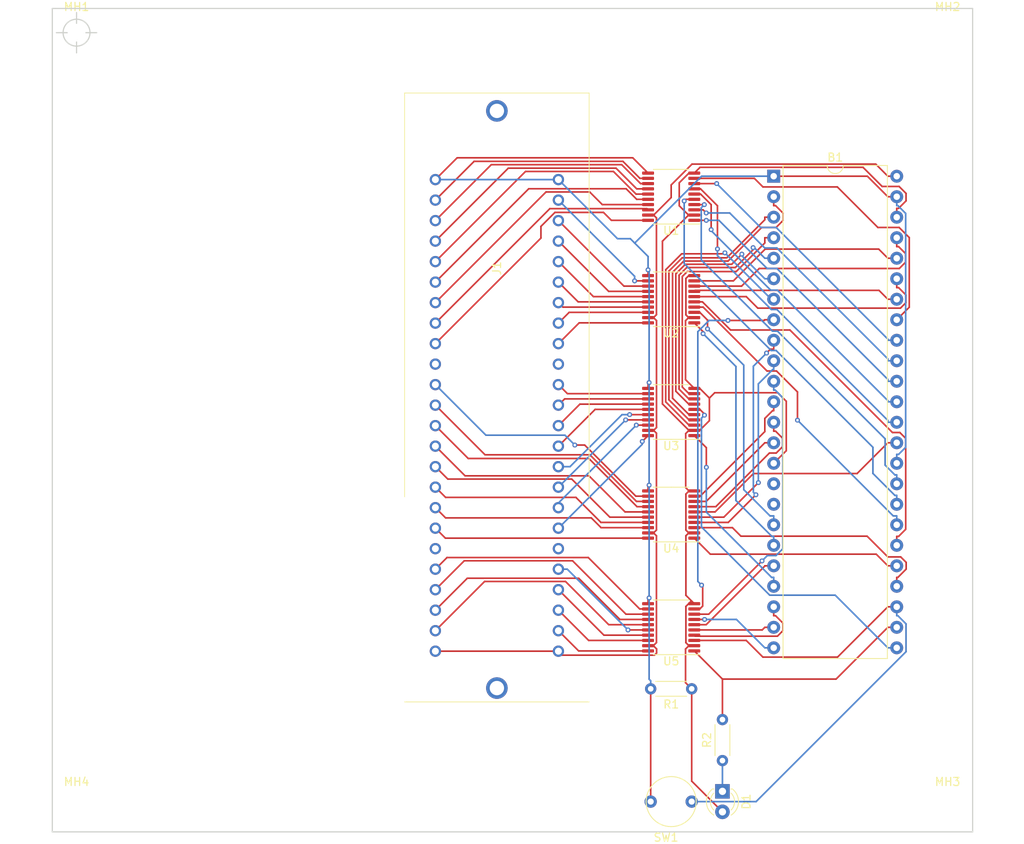
<source format=kicad_pcb>
(kicad_pcb (version 20211014) (generator pcbnew)
  (layers (0 "F.Cu" signal) (31 "B.Cu" signal) (34 "B.Paste" user) (35 "F.Paste" user) (36 "B.SilkS" user "B.Silkscreen") (37 "F.SilkS" user "F.Silkscreen") (38 "B.Mask" user) (39 "F.Mask" user) (44 "Edge.Cuts" user))
  (net 0 "")
  (net 1 "VCC")
  (net 2 "+3V3")
  (net 3 "Net-(B1-Pad22)")
  (net 4 "Net-(B1-Pad45)")
  (net 5 "Net-(B1-Pad21)")
  (net 6 "Net-(B1-Pad44)")
  (net 7 "Net-(B1-Pad20)")
  (net 8 "Net-(B1-Pad43)")
  (net 9 "Net-(B1-Pad19)")
  (net 10 "Net-(B1-Pad42)")
  (net 11 "Net-(B1-Pad18)")
  (net 12 "Net-(B1-Pad41)")
  (net 14 "Net-(B1-Pad40)")
  (net 16 "Net-(B1-Pad39)")
  (net 17 "Net-(B1-Pad38)")
  (net 18 "Net-(B1-Pad14)")
  (net 19 "Net-(B1-Pad37)")
  (net 20 "Net-(B1-Pad13)")
  (net 21 "Net-(B1-Pad36)")
  (net 22 "Net-(B1-Pad12)")
  (net 23 "Net-(B1-Pad35)")
  (net 24 "Net-(B1-Pad11)")
  (net 25 "GND")
  (net 26 "Net-(B1-Pad10)")
  (net 27 "Net-(B1-Pad33)")
  (net 28 "Net-(B1-Pad9)")
  (net 29 "Net-(B1-Pad8)")
  (net 30 "Net-(B1-Pad31)")
  (net 31 "Net-(B1-Pad7)")
  (net 32 "Net-(B1-Pad30)")
  (net 33 "Net-(B1-Pad6)")
  (net 34 "Net-(B1-Pad29)")
  (net 35 "Net-(B1-Pad5)")
  (net 36 "Net-(B1-Pad28)")
  (net 37 "Net-(B1-Pad4)")
  (net 38 "Net-(B1-Pad3)")
  (net 39 "Net-(B1-Pad2)")
  (net 40 "Net-(D1-Pad1)")
  (net 41 "/P56")
  (net 42 "/P55")
  (net 43 "/P51")
  (net 44 "/P57")
  (net 45 "/P53")
  (net 46 "/P52")
  (net 47 "/P15")
  (net 48 "/P35")
  (net 49 "/P41")
  (net 50 "/P40")
  (net 51 "/P36")
  (net 52 "/P20")
  (net 53 "/P17")
  (net 54 "/P16")
  (net 55 "/P21")
  (net 56 "/P37")
  (net 57 "/P30")
  (net 58 "/P31")
  (net 59 "/P32")
  (net 60 "/P33")
  (net 61 "/P34")
  (net 62 "/P42")
  (net 63 "/P43")
  (net 64 "/P44")
  (net 65 "/P45")
  (net 66 "/P46")
  (net 67 "/P47")
  (net 68 "/P54")
  (net 69 "/P10")
  (net 70 "/P11")
  (net 71 "/P12")
  (net 72 "/P13")
  (net 73 "/P14")
  (net 74 "/P22")
  (net 75 "/P23")
  (net 76 "/P24")
  (net 77 "/P25")
  (net 78 "/P26")
  (net 79 "/P27")
  (net 80 "/P50")
  (net 81 "/~{USR_LED}")
  (net 82 "/~{USR_SW}")
  (net 83 "Net-(B1-Pad24)")
  (net 84 "Net-(B1-Pad23)")
  (net 85 "Net-(B1-Pad32)")
  (net 86 "Net-(B1-Pad25)")
  (footprint "MountingHole:MountingHole_2.2mm_M2" (layer "F.Cu") (at 183.5 44.6)
    (fp_text reference "MH2")
    (fp_text value "MountingHole_2.2mm_M2")
  )
  (footprint "MountingHole:MountingHole_2.2mm_M2" (layer "F.Cu") (at 183.5 140.6)
    (fp_text reference "MH3")
    (fp_text value "MountingHole_2.2mm_M2")
  )
  (footprint "MountingHole:MountingHole_2.2mm_M2" (layer "F.Cu") (at 75.6 140.6)
    (fp_text reference "MH4")
    (fp_text value "MountingHole_2.2mm_M2")
  )
  (footprint "MountingHole:MountingHole_2.2mm_M2" (layer "F.Cu") (at 75.6 44.6)
    (fp_text reference "MH1")
    (fp_text value "MountingHole_2.2mm_M2")
  )
  (footprint "Package_DIP:DIP-48_W15.24mm" (layer "F.Cu") (at 161.96 62.38)
    (fp_text reference "B1")
    (fp_text value "Teensy4.1")
  )
  (footprint "LED_THT:LED_D3.0mm" (layer "F.Cu") (at 155.61 138.58 -90)
    (fp_text reference "D1")
    (fp_text value "OSYL3131P")
  )
  (footprint "0-LocalLibrary:Aries_ZIF_socket_DIP-48-pin" (layer "F.Cu") (at 127.67 76.7675)
    (fp_text reference "J1")
    (fp_text value "Bionic_ZIF_Socket_48pin" hide)
  )
  (footprint "Resistor_THT:R_Axial_DIN0204_L3.6mm_D1.6mm_P5.08mm_Horizontal" (layer "F.Cu") (at 155.61 134.77 90)
    (fp_text reference "R2")
    (fp_text value "560")
  )
  (footprint "0-LocalLibrary:Tact_SW_6x6mm" (layer "F.Cu") (at 149.26 139.85 180)
    (fp_text reference "SW1")
    (fp_text value "Tact_SW")
  )
  (footprint "Resistor_THT:R_Axial_DIN0204_L3.6mm_D1.6mm_P5.08mm_Horizontal" (layer "F.Cu") (at 151.8 125.88 180)
    (fp_text reference "R1")
    (fp_text value "4.7k")
  )
  (footprint "Package_SO:TSSOP-20_4.4x6.5mm_P0.65mm" (layer "F.Cu") (at 149.26 91.59 180)
    (fp_text reference "U3")
    (fp_text value "TXS0108EPW")
  )
  (footprint "Package_SO:TSSOP-20_4.4x6.5mm_P0.65mm" (layer "F.Cu") (at 149.26 77.62 180)
    (fp_text reference "U2")
    (fp_text value "TXS0108EPW")
  )
  (footprint "Package_SO:TSSOP-20_4.4x6.5mm_P0.65mm" (layer "F.Cu") (at 149.26 64.92 180)
    (fp_text reference "U1")
    (fp_text value "TXS0108EPW")
  )
  (footprint "Package_SO:TSSOP-20_4.4x6.5mm_P0.65mm" (layer "F.Cu") (at 149.26 118.26 180)
    (fp_text reference "U5")
    (fp_text value "TXS0108EPW")
  )
  (footprint "Package_SO:TSSOP-20_4.4x6.5mm_P0.65mm" (layer "F.Cu") (at 149.26 104.29 180)
    (fp_text reference "U4")
    (fp_text value "TXS0108EPW")
  )
  (gr_line (start 72.6 143.6) (end 72.6 41.6) (layer "Edge.Cuts") (width 0.15))
  (gr_line (start 72.6 41.6) (end 186.6 41.6) (layer "Edge.Cuts") (width 0.15))
  (gr_line (start 186.6 41.6) (end 186.6 143.6) (layer "Edge.Cuts") (width 0.15))
  (gr_line (start 186.6 143.6) (end 72.6 143.6) (layer "Edge.Cuts") (width 0.15))
  (target plus (at 75.6 44.6) (size 5) (width 0.15) (layer "Edge.Cuts"))
  (segment (start 147.442 93.5092) (end 147.442 80.2649) (width 0.2) (layer "F.Cu") (net 1))
  (segment (start 151.8425 60.8796) (end 174.5995 60.8796) (width 0.2) (layer "F.Cu") (net 1))
  (segment (start 146.3975 93.865) (end 147.0862 93.865) (width 0.2) (layer "F.Cu") (net 1))
  (segment (start 147.4356 79.5315) (end 147.4356 67.5439) (width 0.2) (layer "F.Cu") (net 1))
  (segment (start 174.5995 60.8796) (end 176.0999 62.38) (width 0.2) (layer "F.Cu") (net 1))
  (segment (start 149.26 63.4621) (end 151.8425 60.8796) (width 0.2) (layer "F.Cu") (net 1))
  (segment (start 147.0867 67.195) (end 146.3975 67.195) (width 0.2) (layer "F.Cu") (net 1))
  (segment (start 147.0721 79.895) (end 146.3975 79.895) (width 0.2) (layer "F.Cu") (net 1))
  (segment (start 147.4356 67.5439) (end 147.0867 67.195) (width 0.2) (layer "F.Cu") (net 1))
  (segment (start 135.7822 121.7097) (end 135.29 121.2175) (width 0.2) (layer "F.Cu") (net 1))
  (segment (start 147.4519 121.4471) (end 147.1893 121.7097) (width 0.2) (layer "F.Cu") (net 1))
  (segment (start 177.2 62.38) (end 176.0999 62.38) (width 0.2) (layer "F.Cu") (net 1))
  (segment (start 147.4519 120.9351) (end 147.4519 121.4471) (width 0.2) (layer "F.Cu") (net 1))
  (segment (start 120.05 121.2175) (end 135.29 121.2175) (width 0.2) (layer "F.Cu") (net 1))
  (segment (start 147.0788 106.565) (end 147.4356 106.9218) (width 0.2) (layer "F.Cu") (net 1))
  (segment (start 147.4356 106.9218) (end 147.4356 120.1512) (width 0.2) (layer "F.Cu") (net 1))
  (segment (start 147.442 80.2649) (end 147.0721 79.895) (width 0.2) (layer "F.Cu") (net 1))
  (segment (start 149.26 65.0217) (end 149.26 63.4621) (width 0.2) (layer "F.Cu") (net 1))
  (segment (start 146.3975 106.565) (end 147.0788 106.565) (width 0.2) (layer "F.Cu") (net 1))
  (segment (start 147.0788 106.565) (end 147.4356 106.2082) (width 0.2) (layer "F.Cu") (net 1))
  (segment (start 147.4356 120.1512) (end 147.0518 120.535) (width 0.2) (layer "F.Cu") (net 1))
  (segment (start 147.0721 79.895) (end 147.4356 79.5315) (width 0.2) (layer "F.Cu") (net 1))
  (segment (start 147.4356 94.2144) (end 147.0862 93.865) (width 0.2) (layer "F.Cu") (net 1))
  (segment (start 147.0862 93.865) (end 147.442 93.5092) (width 0.2) (layer "F.Cu") (net 1))
  (segment (start 147.0518 120.535) (end 147.4519 120.9351) (width 0.2) (layer "F.Cu") (net 1))
  (segment (start 147.1893 121.7097) (end 135.7822 121.7097) (width 0.2) (layer "F.Cu") (net 1))
  (segment (start 147.0867 67.195) (end 149.26 65.0217) (width 0.2) (layer "F.Cu") (net 1))
  (segment (start 146.3975 120.535) (end 147.0518 120.535) (width 0.2) (layer "F.Cu") (net 1))
  (segment (start 147.4356 106.2082) (end 147.4356 94.2144) (width 0.2) (layer "F.Cu") (net 1))
  (segment (start 177.4935 63.65) (end 178.3532 64.5097) (width 0.2) (layer "F.Cu") (net 2))
  (segment (start 178.3532 65.4346) (end 177.4279 66.3599) (width 0.2) (layer "F.Cu") (net 2))
  (segment (start 177.4279 66.3599) (end 177.2 66.3599) (width 0.2) (layer "F.Cu") (net 2))
  (segment (start 175.3959 63.65) (end 177.4935 63.65) (width 0.2) (layer "F.Cu") (net 2))
  (segment (start 151.0844 101.749) (end 151.0844 106.2154) (width 0.2) (layer "F.Cu") (net 2))
  (segment (start 152.1225 88.665) (end 151.037 87.5795) (width 0.2) (layer "F.Cu") (net 2))
  (segment (start 163.5189 96.3811) (end 163.5189 90.2632) (width 0.2) (layer "F.Cu") (net 2))
  (segment (start 162.4577 89.202) (end 154.6535 89.202) (width 0.2) (layer "F.Cu") (net 2))
  (segment (start 153.9948 92.6583) (end 153.9948 89.8607) (width 0.2) (layer "F.Cu") (net 2))
  (segment (start 151.037 80.2784) (end 151.4204 79.895) (width 0.2) (layer "F.Cu") (net 2))
  (segment (start 148.1801 70.4291) (end 148.1801 90.5882) (width 0.2) (layer "F.Cu") (net 2))
  (segment (start 151.4684 101.365) (end 151.0576 100.9542) (width 0.2) (layer "F.Cu") (net 2))
  (segment (start 154.6535 89.202) (end 153.9948 89.8607) (width 0.2) (layer "F.Cu") (net 2))
  (segment (start 151.4538 120.535) (end 151.0401 120.9487) (width 0.2) (layer "F.Cu") (net 2))
  (segment (start 151.0576 94.2643) (end 151.4569 93.865) (width 0.2) (layer "F.Cu") (net 2))
  (segment (start 151.4142 67.195) (end 152.1225 67.195) (width 0.2) (layer "F.Cu") (net 2))
  (segment (start 151.4204 79.895) (end 152.1225 79.895) (width 0.2) (layer "F.Cu") (net 2))
  (segment (start 163.5189 90.2632) (end 162.4577 89.202) (width 0.2) (layer "F.Cu") (net 2))
  (segment (start 155.61 141.12) (end 151.8 137.31) (width 0.2) (layer "F.Cu") (net 2))
  (segment (start 151.4569 93.865) (end 152.1225 93.865) (width 0.2) (layer "F.Cu") (net 2))
  (segment (start 151.4588 61.995) (end 152.1225 61.995) (width 0.2) (layer "F.Cu") (net 2))
  (segment (start 150.261 66.0418) (end 150.261 63.1928) (width 0.2) (layer "F.Cu") (net 2))
  (segment (start 148.1801 90.5882) (end 151.4569 93.865) (width 0.2) (layer "F.Cu") (net 2))
  (segment (start 151.0844 79.559) (end 151.4204 79.895) (width 0.2) (layer "F.Cu") (net 2))
  (segment (start 151.0844 106.9146) (end 151.0844 114.2969) (width 0.2) (layer "F.Cu") (net 2))
  (segment (start 151.0844 106.2154) (end 151.434 106.565) (width 0.2) (layer "F.Cu") (net 2))
  (segment (start 152.1225 93.865) (end 152.7881 93.865) (width 0.2) (layer "F.Cu") (net 2))
  (segment (start 151.7708 114.9832) (end 152.1225 115.335) (width 0.2) (layer "F.Cu") (net 2))
  (segment (start 152.1225 61.995) (end 152.8377 61.2798) (width 0.2) (layer "F.Cu") (net 2))
  (segment (start 151.0401 120.9487) (end 151.0401 125.1201) (width 0.2) (layer "F.Cu") (net 2))
  (segment (start 151.434 106.565) (end 151.0844 106.9146) (width 0.2) (layer "F.Cu") (net 2))
  (segment (start 151.0844 75.045) (end 151.0844 79.559) (width 0.2) (layer "F.Cu") (net 2))
  (segment (start 151.8 137.31) (end 151.8 125.88) (width 0.2) (layer "F.Cu") (net 2))
  (segment (start 151.0576 100.9542) (end 151.0576 94.2643) (width 0.2) (layer "F.Cu") (net 2))
  (segment (start 152.7881 93.865) (end 153.9948 92.6583) (width 0.2) (layer "F.Cu") (net 2))
  (segment (start 151.7708 114.9832) (end 151.0844 115.6696) (width 0.2) (layer "F.Cu") (net 2))
  (segment (start 151.4142 67.195) (end 148.1801 70.4291) (width 0.2) (layer "F.Cu") (net 2))
  (segment (start 161.96 97.94) (end 163.5189 96.3811) (width 0.2) (layer "F.Cu") (net 2))
  (segment (start 151.434 106.565) (end 152.1225 106.565) (width 0.2) (layer "F.Cu") (net 2))
  (segment (start 151.0401 125.1201) (end 151.8 125.88) (width 0.2) (layer "F.Cu") (net 2))
  (segment (start 151.4684 101.365) (end 151.0844 101.749) (width 0.2) (layer "F.Cu") (net 2))
  (segment (start 151.037 87.5795) (end 151.037 80.2784) (width 0.2) (layer "F.Cu") (net 2))
  (segment (start 151.4344 74.695) (end 151.0844 75.045) (width 0.2) (layer "F.Cu") (net 2))
  (segment (start 151.4142 67.195) (end 150.261 66.0418) (width 0.2) (layer "F.Cu") (net 2))
  (segment (start 153.9948 89.8607) (end 152.7991 88.665) (width 0.2) (layer "F.Cu") (net 2))
  (segment (start 178.3532 64.5097) (end 178.3532 65.4346) (width 0.2) (layer "F.Cu") (net 2))
  (segment (start 152.1225 120.535) (end 151.4538 120.535) (width 0.2) (layer "F.Cu") (net 2))
  (segment (start 173.0257 61.2798) (end 175.3959 63.65) (width 0.2) (layer "F.Cu") (net 2))
  (segment (start 152.7991 88.665) (end 152.1225 88.665) (width 0.2) (layer "F.Cu") (net 2))
  (segment (start 152.1225 101.365) (end 151.4684 101.365) (width 0.2) (layer "F.Cu") (net 2))
  (segment (start 152.8377 61.2798) (end 173.0257 61.2798) (width 0.2) (layer "F.Cu") (net 2))
  (segment (start 152.1225 74.695) (end 151.4344 74.695) (width 0.2) (layer "F.Cu") (net 2))
  (segment (start 177.2 67.46) (end 177.2 66.3599) (width 0.2) (layer "F.Cu") (net 2))
  (segment (start 151.0844 120.1656) (end 151.4538 120.535) (width 0.2) (layer "F.Cu") (net 2))
  (segment (start 151.0844 114.2969) (end 151.7708 114.9832) (width 0.2) (layer "F.Cu") (net 2))
  (segment (start 150.261 63.1928) (end 151.4588 61.995) (width 0.2) (layer "F.Cu") (net 2))
  (segment (start 151.0844 115.6696) (end 151.0844 120.1656) (width 0.2) (layer "F.Cu") (net 2))
  (segment (start 152.2477 119.3602) (end 152.1225 119.235) (width 0.2) (layer "F.Cu") (net 3))
  (segment (start 163.0946 117.7268) (end 163.0946 118.6889) (width 0.2) (layer "F.Cu") (net 3))
  (segment (start 161.96 116.8201) (end 162.1879 116.8201) (width 0.2) (layer "F.Cu") (net 3))
  (segment (start 162.1879 116.8201) (end 163.0946 117.7268) (width 0.2) (layer "F.Cu") (net 3))
  (segment (start 161.96 115.72) (end 161.96 116.8201) (width 0.2) (layer "F.Cu") (net 3))
  (segment (start 163.0946 118.6889) (end 162.4233 119.3602) (width 0.2) (layer "F.Cu") (net 3))
  (segment (start 162.4233 119.3602) (end 152.2477 119.3602) (width 0.2) (layer "F.Cu") (net 3))
  (segment (start 177.2 70) (end 177.2 71.1001) (width 0.2) (layer "F.Cu") (net 4))
  (segment (start 177.5194 73.81) (end 178.3024 73.027) (width 0.2) (layer "F.Cu") (net 4))
  (segment (start 152.1225 75.995) (end 157.9841 75.995) (width 0.2) (layer "F.Cu") (net 4))
  (segment (start 177.4279 71.1001) (end 177.2 71.1001) (width 0.2) (layer "F.Cu") (net 4))
  (segment (start 178.3024 73.027) (end 178.3024 71.9746) (width 0.2) (layer "F.Cu") (net 4))
  (segment (start 160.1691 73.81) (end 177.5194 73.81) (width 0.2) (layer "F.Cu") (net 4))
  (segment (start 157.9841 75.995) (end 160.1691 73.81) (width 0.2) (layer "F.Cu") (net 4))
  (segment (start 178.3024 71.9746) (end 177.4279 71.1001) (width 0.2) (layer "F.Cu") (net 4))
  (segment (start 153.6146 96.0071) (end 153.6146 98.44) (width 0.2) (layer "F.Cu") (net 5))
  (segment (start 152.1225 94.515) (end 153.6146 96.0071) (width 0.2) (layer "F.Cu") (net 5))
  (via (at 153.6146 98.44) (size 0.6) (drill 0.3) (layers "F.Cu" "B.Cu") (net 5))
  (segment (start 161.7036 112.0799) (end 161.96 112.0799) (width 0.2) (layer "B.Cu") (net 5))
  (segment (start 161.96 113.18) (end 161.96 112.0799) (width 0.2) (layer "B.Cu") (net 5))
  (segment (start 153.6146 103.9909) (end 161.7036 112.0799) (width 0.2) (layer "B.Cu") (net 5))
  (segment (start 153.6146 98.44) (end 153.6146 103.9909) (width 0.2) (layer "B.Cu") (net 5))
  (segment (start 160.9012 71.4073) (end 174.9672 71.4073) (width 0.2) (layer "F.Cu") (net 6))
  (segment (start 156.9635 75.345) (end 160.9012 71.4073) (width 0.2) (layer "F.Cu") (net 6))
  (segment (start 177.2 72.54) (end 176.0999 72.54) (width 0.2) (layer "F.Cu") (net 6))
  (segment (start 174.9672 71.4073) (end 176.0999 72.54) (width 0.2) (layer "F.Cu") (net 6))
  (segment (start 152.1225 75.345) (end 156.9635 75.345) (width 0.2) (layer "F.Cu") (net 6))
  (segment (start 161.96 110.64) (end 160.8599 110.64) (width 0.2) (layer "F.Cu") (net 7))
  (segment (start 160.8599 110.6698) (end 160.8599 110.64) (width 0.2) (layer "F.Cu") (net 7))
  (segment (start 153.5947 117.935) (end 160.8599 110.6698) (width 0.2) (layer "F.Cu") (net 7))
  (segment (start 152.1225 117.935) (end 153.5947 117.935) (width 0.2) (layer "F.Cu") (net 7))
  (segment (start 177.4279 76.1801) (end 177.2 76.1801) (width 0.2) (layer "F.Cu") (net 8))
  (segment (start 177.2 75.08) (end 177.2 76.1801) (width 0.2) (layer "F.Cu") (net 8))
  (segment (start 178.3344 78.0491) (end 178.3344 77.0866) (width 0.2) (layer "F.Cu") (net 8))
  (segment (start 158.5608 77.295) (end 159.9867 78.7209) (width 0.2) (layer "F.Cu") (net 8))
  (segment (start 159.9867 78.7209) (end 177.6626 78.7209) (width 0.2) (layer "F.Cu") (net 8))
  (segment (start 177.6626 78.7209) (end 178.3344 78.0491) (width 0.2) (layer "F.Cu") (net 8))
  (segment (start 178.3344 77.0866) (end 177.4279 76.1801) (width 0.2) (layer "F.Cu") (net 8))
  (segment (start 152.1225 77.295) (end 158.5608 77.295) (width 0.2) (layer "F.Cu") (net 8))
  (segment (start 152.1225 80.545) (end 153.216 81.6385) (width 0.2) (layer "F.Cu") (net 9))
  (segment (start 153.216 81.6385) (end 153.216 81.8852) (width 0.2) (layer "F.Cu") (net 9))
  (via (at 153.216 81.8852) (size 0.6) (drill 0.3) (layers "F.Cu" "B.Cu") (net 9))
  (segment (start 157.2822 102.5501) (end 157.2822 85.9514) (width 0.2) (layer "B.Cu") (net 9))
  (segment (start 157.2822 85.9514) (end 153.216 81.8852) (width 0.2) (layer "B.Cu") (net 9))
  (segment (start 161.732 106.9999) (end 157.2822 102.5501) (width 0.2) (layer "B.Cu") (net 9))
  (segment (start 161.96 106.9999) (end 161.732 106.9999) (width 0.2) (layer "B.Cu") (net 9))
  (segment (start 161.96 108.1) (end 161.96 106.9999) (width 0.2) (layer "B.Cu") (net 9))
  (segment (start 152.1225 76.645) (end 152.2477 76.5198) (width 0.2) (layer "F.Cu") (net 10))
  (segment (start 174.9997 76.5198) (end 176.0999 77.62) (width 0.2) (layer "F.Cu") (net 10))
  (segment (start 177.2 77.62) (end 176.0999 77.62) (width 0.2) (layer "F.Cu") (net 10))
  (segment (start 152.2477 76.5198) (end 174.9997 76.5198) (width 0.2) (layer "F.Cu") (net 10))
  (segment (start 152.8038 79.245) (end 153.7621 80.2033) (width 0.2) (layer "F.Cu") (net 11))
  (segment (start 152.1225 79.245) (end 152.8038 79.245) (width 0.2) (layer "F.Cu") (net 11))
  (segment (start 153.7621 80.2033) (end 153.7621 81.2948) (width 0.2) (layer "F.Cu") (net 11))
  (via (at 153.7621 81.2948) (size 0.6) (drill 0.3) (layers "F.Cu" "B.Cu") (net 11))
  (segment (start 161.5041 104.4599) (end 158.2493 101.2051) (width 0.2) (layer "B.Cu") (net 11))
  (segment (start 161.96 104.4599) (end 161.5041 104.4599) (width 0.2) (layer "B.Cu") (net 11))
  (segment (start 158.2493 85.782) (end 153.7621 81.2948) (width 0.2) (layer "B.Cu") (net 11))
  (segment (start 158.2493 101.2051) (end 158.2493 85.782) (width 0.2) (layer "B.Cu") (net 11))
  (segment (start 161.96 105.56) (end 161.96 104.4599) (width 0.2) (layer "B.Cu") (net 11))
  (segment (start 160.6255 63.7083) (end 169.8436 63.7083) (width 0.2) (layer "F.Cu") (net 12))
  (segment (start 174.8653 68.73) (end 177.4982 68.73) (width 0.2) (layer "F.Cu") (net 12))
  (segment (start 159.5622 62.645) (end 160.6255 63.7083) (width 0.2) (layer "F.Cu") (net 12))
  (segment (start 178.7548 69.9866) (end 178.7548 78.6052) (width 0.2) (layer "F.Cu") (net 12))
  (segment (start 152.1225 62.645) (end 159.5622 62.645) (width 0.2) (layer "F.Cu") (net 12))
  (segment (start 177.4982 68.73) (end 178.7548 69.9866) (width 0.2) (layer "F.Cu") (net 12))
  (segment (start 178.7548 78.6052) (end 177.2 80.16) (width 0.2) (layer "F.Cu") (net 12))
  (segment (start 169.8436 63.7083) (end 174.8653 68.73) (width 0.2) (layer "F.Cu") (net 12))
  (segment (start 152.1225 63.295) (end 154.8964 63.295) (width 0.2) (layer "F.Cu") (net 14))
  (via (at 154.8964 63.295) (size 0.6) (drill 0.3) (layers "F.Cu" "B.Cu") (net 14))
  (segment (start 162.2674 68.73) (end 160.3314 68.73) (width 0.2) (layer "B.Cu") (net 14))
  (segment (start 176.0999 82.5625) (end 162.2674 68.73) (width 0.2) (layer "B.Cu") (net 14))
  (segment (start 176.0999 82.7) (end 176.0999 82.5625) (width 0.2) (layer "B.Cu") (net 14))
  (segment (start 177.2 82.7) (end 176.0999 82.7) (width 0.2) (layer "B.Cu") (net 14))
  (segment (start 160.3314 68.73) (end 154.8964 63.295) (width 0.2) (layer "B.Cu") (net 14))
  (segment (start 153.2106 66.545) (end 153.5985 66.9329) (width 0.2) (layer "F.Cu") (net 16))
  (segment (start 152.1225 66.545) (end 153.2106 66.545) (width 0.2) (layer "F.Cu") (net 16))
  (via (at 153.5985 66.9329) (size 0.6) (drill 0.3) (layers "F.Cu" "B.Cu") (net 16))
  (segment (start 177.2 85.24) (end 176.0999 85.24) (width 0.2) (layer "B.Cu") (net 16))
  (segment (start 153.5985 66.9329) (end 156.5115 66.9329) (width 0.2) (layer "B.Cu") (net 16))
  (segment (start 160.8486 71.27) (end 162.3578 71.27) (width 0.2) (layer "B.Cu") (net 16))
  (segment (start 156.5115 66.9329) (end 160.8486 71.27) (width 0.2) (layer "B.Cu") (net 16))
  (segment (start 176.0999 85.0121) (end 176.0999 85.24) (width 0.2) (layer "B.Cu") (net 16))
  (segment (start 162.3578 71.27) (end 176.0999 85.0121) (width 0.2) (layer "B.Cu") (net 16))
  (segment (start 152.1225 67.845) (end 153.6074 67.845) (width 0.2) (layer "F.Cu") (net 17))
  (via (at 153.6074 67.845) (size 0.6) (drill 0.3) (layers "F.Cu" "B.Cu") (net 17))
  (segment (start 153.6074 67.845) (end 155.1749 67.845) (width 0.2) (layer "B.Cu") (net 17))
  (segment (start 162.3578 73.81) (end 176.0999 87.5521) (width 0.2) (layer "B.Cu") (net 17))
  (segment (start 177.2 87.78) (end 176.0999 87.78) (width 0.2) (layer "B.Cu") (net 17))
  (segment (start 155.1749 67.845) (end 161.1399 73.81) (width 0.2) (layer "B.Cu") (net 17))
  (segment (start 176.0999 87.5521) (end 176.0999 87.78) (width 0.2) (layer "B.Cu") (net 17))
  (segment (start 161.1399 73.81) (end 162.3578 73.81) (width 0.2) (layer "B.Cu") (net 17))
  (segment (start 153.5949 102.665) (end 160.8599 95.4) (width 0.2) (layer "F.Cu") (net 18))
  (segment (start 152.1225 102.665) (end 153.5949 102.665) (width 0.2) (layer "F.Cu") (net 18))
  (segment (start 161.96 95.4) (end 160.8599 95.4) (width 0.2) (layer "F.Cu") (net 18))
  (segment (start 152.1225 64.595) (end 152.9038 64.595) (width 0.2) (layer "F.Cu") (net 19))
  (segment (start 152.9038 64.595) (end 154.2125 65.9037) (width 0.2) (layer "F.Cu") (net 19))
  (segment (start 154.2125 65.9037) (end 154.2125 68.9995) (width 0.2) (layer "F.Cu") (net 19))
  (via (at 154.2125 68.9995) (size 0.6) (drill 0.3) (layers "F.Cu" "B.Cu") (net 19))
  (segment (start 161.5805 76.4915) (end 154.2125 69.1235) (width 0.2) (layer "B.Cu") (net 19))
  (segment (start 162.4089 76.4915) (end 161.5805 76.4915) (width 0.2) (layer "B.Cu") (net 19))
  (segment (start 154.2125 69.1235) (end 154.2125 68.9995) (width 0.2) (layer "B.Cu") (net 19))
  (segment (start 176.0999 90.32) (end 176.0999 90.1825) (width 0.2) (layer "B.Cu") (net 19))
  (segment (start 176.0999 90.1825) (end 162.4089 76.4915) (width 0.2) (layer "B.Cu") (net 19))
  (segment (start 177.2 90.32) (end 176.0999 90.32) (width 0.2) (layer "B.Cu") (net 19))
  (segment (start 163.066 94.8382) (end 162.1879 93.9601) (width 0.2) (layer "F.Cu") (net 20))
  (segment (start 152.1225 103.315) (end 154.785 103.315) (width 0.2) (layer "F.Cu") (net 20))
  (segment (start 161.43 96.67) (end 162.2754 96.67) (width 0.2) (layer "F.Cu") (net 20))
  (segment (start 162.2754 96.67) (end 163.066 95.8794) (width 0.2) (layer "F.Cu") (net 20))
  (segment (start 161.96 92.86) (end 161.96 93.9601) (width 0.2) (layer "F.Cu") (net 20))
  (segment (start 154.785 103.315) (end 161.43 96.67) (width 0.2) (layer "F.Cu") (net 20))
  (segment (start 163.066 95.8794) (end 163.066 94.8382) (width 0.2) (layer "F.Cu") (net 20))
  (segment (start 162.1879 93.9601) (end 161.96 93.9601) (width 0.2) (layer "F.Cu") (net 20))
  (segment (start 152.8978 63.945) (end 152.1225 63.945) (width 0.2) (layer "F.Cu") (net 21))
  (segment (start 154.9918 71.392) (end 154.9918 66.039) (width 0.2) (layer "F.Cu") (net 21))
  (segment (start 154.9918 66.039) (end 152.8978 63.945) (width 0.2) (layer "F.Cu") (net 21))
  (via (at 154.9918 71.392) (size 0.6) (drill 0.3) (layers "F.Cu" "B.Cu") (net 21))
  (segment (start 154.9918 71.392) (end 154.9918 72.2193) (width 0.2) (layer "B.Cu") (net 21))
  (segment (start 176.0999 92.6321) (end 176.0999 92.86) (width 0.2) (layer "B.Cu") (net 21))
  (segment (start 177.2 92.86) (end 176.0999 92.86) (width 0.2) (layer "B.Cu") (net 21))
  (segment (start 154.9918 72.2193) (end 161.6625 78.89) (width 0.2) (layer "B.Cu") (net 21))
  (segment (start 161.6625 78.89) (end 162.3578 78.89) (width 0.2) (layer "B.Cu") (net 21))
  (segment (start 162.3578 78.89) (end 176.0999 92.6321) (width 0.2) (layer "B.Cu") (net 21))
  (segment (start 161.8224 91.4201) (end 160.8599 92.3826) (width 0.2) (layer "F.Cu") (net 22))
  (segment (start 161.96 91.4201) (end 161.8224 91.4201) (width 0.2) (layer "F.Cu") (net 22))
  (segment (start 160.8599 94.012) (end 152.8569 102.015) (width 0.2) (layer "F.Cu") (net 22))
  (segment (start 161.96 90.32) (end 161.96 91.4201) (width 0.2) (layer "F.Cu") (net 22))
  (segment (start 160.8599 92.3826) (end 160.8599 94.012) (width 0.2) (layer "F.Cu") (net 22))
  (segment (start 152.8569 102.015) (end 152.1225 102.015) (width 0.2) (layer "F.Cu") (net 22))
  (segment (start 152.1225 103.965) (end 154.7009 103.965) (width 0.2) (layer "F.Cu") (net 23))
  (segment (start 177.2 95.4) (end 176.0999 95.4) (width 0.2) (layer "F.Cu") (net 23))
  (segment (start 172.2899 99.21) (end 176.0999 95.4) (width 0.2) (layer "F.Cu") (net 23))
  (segment (start 154.7009 103.965) (end 159.4559 99.21) (width 0.2) (layer "F.Cu") (net 23))
  (segment (start 159.4559 99.21) (end 172.2899 99.21) (width 0.2) (layer "F.Cu") (net 23))
  (segment (start 153.9103 116.635) (end 152.1225 116.635) (width 0.2) (layer "F.Cu") (net 24))
  (segment (start 160.5119 110.0334) (end 153.9103 116.635) (width 0.2) (layer "F.Cu") (net 24))
  (via (at 160.5119 110.0334) (size 0.6) (drill 0.3) (layers "F.Cu" "B.Cu") (net 24))
  (segment (start 162.1514 88.8801) (end 163.0828 89.8115) (width 0.2) (layer "B.Cu") (net 24))
  (segment (start 161.96 87.78) (end 161.96 88.8801) (width 0.2) (layer "B.Cu") (net 24))
  (segment (start 163.0828 89.8115) (end 163.0828 108.5355) (width 0.2) (layer "B.Cu") (net 24))
  (segment (start 161.1753 109.37) (end 160.5119 110.0334) (width 0.2) (layer "B.Cu") (net 24))
  (segment (start 161.96 88.8801) (end 162.1514 88.8801) (width 0.2) (layer "B.Cu") (net 24))
  (segment (start 162.2483 109.37) (end 161.1753 109.37) (width 0.2) (layer "B.Cu") (net 24))
  (segment (start 163.0828 108.5355) (end 162.2483 109.37) (width 0.2) (layer "B.Cu") (net 24))
  (segment (start 146.3975 101.365) (end 146.3975 100.7759) (width 0.2) (layer "F.Cu") (net 25))
  (segment (start 146.3975 88.665) (end 146.3975 88.0721) (width 0.2) (layer "F.Cu") (net 25))
  (segment (start 161.96 62.38) (end 173.5599 62.38) (width 0.2) (layer "F.Cu") (net 25))
  (segment (start 144.4999 60.0974) (end 122.7501 60.0974) (width 0.2) (layer "F.Cu") (net 25))
  (segment (start 146.3975 73.9793) (end 146.3975 74.695) (width 0.2) (layer "F.Cu") (net 25))
  (segment (start 146.3975 61.995) (end 144.4999 60.0974) (width 0.2) (layer "F.Cu") (net 25))
  (segment (start 173.5599 62.38) (end 176.0999 64.92) (width 0.2) (layer "F.Cu") (net 25))
  (segment (start 146.3975 115.335) (end 146.3975 114.752) (width 0.2) (layer "F.Cu") (net 25))
  (segment (start 146.3975 114.752) (end 146.5268 114.6227) (width 0.2) (layer "F.Cu") (net 25))
  (segment (start 146.72 125.88) (end 146.72 139.85) (width 0.2) (layer "F.Cu") (net 25))
  (segment (start 146.3975 88.0721) (end 146.5268 87.9428) (width 0.2) (layer "F.Cu") (net 25))
  (segment (start 146.3975 100.7759) (end 146.5268 100.6466) (width 0.2) (layer "F.Cu") (net 25))
  (segment (start 177.2 64.92) (end 176.0999 64.92) (width 0.2) (layer "F.Cu") (net 25))
  (segment (start 122.7501 60.0974) (end 120.05 62.7975) (width 0.2) (layer "F.Cu") (net 25))
  (via (at 146.5268 100.6466) (size 0.6) (drill 0.3) (layers "F.Cu" "B.Cu") (net 25))
  (via (at 146.5268 114.6227) (size 0.6) (drill 0.3) (layers "F.Cu" "B.Cu") (net 25))
  (via (at 146.3975 73.9793) (size 0.6) (drill 0.3) (layers "F.Cu" "B.Cu") (net 25))
  (via (at 146.5268 87.9428) (size 0.6) (drill 0.3) (layers "F.Cu" "B.Cu") (net 25))
  (segment (start 177.2 97.94) (end 177.2 96.8399) (width 0.2) (layer "B.Cu") (net 25))
  (segment (start 144.1952 70.1184) (end 142.6109 70.1184) (width 0.2) (layer "B.Cu") (net 25))
  (segment (start 177.3375 66.0201) (end 178.3053 66.9879) (width 0.2) (layer "B.Cu") (net 25))
  (segment (start 178.3053 66.9879) (end 178.3053 95.9625) (width 0.2) (layer "B.Cu") (net 25))
  (segment (start 146.72 125.88) (end 146.72 124.8799) (width 0.2) (layer "B.Cu") (net 25))
  (segment (start 142.6109 70.1184) (end 135.29 62.7975) (width 0.2) (layer "B.Cu") (net 25))
  (segment (start 177.4279 96.8399) (end 177.2 96.8399) (width 0.2) (layer "B.Cu") (net 25))
  (segment (start 153.0265 62.38) (end 144.7417 70.6648) (width 0.2) (layer "B.Cu") (net 25))
  (segment (start 146.5268 87.9428) (end 146.5268 100.6466) (width 0.2) (layer "B.Cu") (net 25))
  (segment (start 146.5268 74.1086) (end 146.3975 73.9793) (width 0.2) (layer "B.Cu") (net 25))
  (segment (start 178.3053 95.9625) (end 177.4279 96.8399) (width 0.2) (layer "B.Cu") (net 25))
  (segment (start 146.3975 72.3207) (end 146.3975 73.9793) (width 0.2) (layer "B.Cu") (net 25))
  (segment (start 146.5268 114.6227) (end 146.5268 100.6466) (width 0.2) (layer "B.Cu") (net 25))
  (segment (start 144.7417 70.6648) (end 144.1952 70.1184) (width 0.2) (layer "B.Cu") (net 25))
  (segment (start 135.29 62.7975) (end 120.05 62.7975) (width 0.2) (layer "B.Cu") (net 25))
  (segment (start 146.72 124.8799) (end 146.5268 124.6867) (width 0.2) (layer "B.Cu") (net 25))
  (segment (start 144.7417 70.6648) (end 146.3975 72.3207) (width 0.2) (layer "B.Cu") (net 25))
  (segment (start 177.2 64.92) (end 177.2 66.0201) (width 0.2) (layer "B.Cu") (net 25))
  (segment (start 177.2 66.0201) (end 177.3375 66.0201) (width 0.2) (layer "B.Cu") (net 25))
  (segment (start 146.5268 87.9428) (end 146.5268 74.1086) (width 0.2) (layer "B.Cu") (net 25))
  (segment (start 161.96 62.38) (end 153.0265 62.38) (width 0.2) (layer "B.Cu") (net 25))
  (segment (start 146.5268 124.6867) (end 146.5268 114.6227) (width 0.2) (layer "B.Cu") (net 25))
  (segment (start 155.7837 104.615) (end 160.0588 100.3399) (width 0.2) (layer "F.Cu") (net 26))
  (segment (start 152.1225 104.615) (end 155.7837 104.615) (width 0.2) (layer "F.Cu") (net 26))
  (via (at 160.0588 100.3399) (size 0.6) (drill 0.3) (layers "F.Cu" "B.Cu") (net 26))
  (segment (start 160.0588 88.1038) (end 160.0588 100.3399) (width 0.2) (layer "B.Cu") (net 26))
  (segment (start 161.96 86.3401) (end 161.8225 86.3401) (width 0.2) (layer "B.Cu") (net 26))
  (segment (start 161.8225 86.3401) (end 160.0588 88.1038) (width 0.2) (layer "B.Cu") (net 26))
  (segment (start 161.96 85.24) (end 161.96 86.3401) (width 0.2) (layer "B.Cu") (net 26))
  (segment (start 152.1305 65.903) (end 153.363 65.903) (width 0.2) (layer "F.Cu") (net 27))
  (segment (start 152.1225 65.895) (end 152.1305 65.903) (width 0.2) (layer "F.Cu") (net 27))
  (via (at 153.363 65.903) (size 0.6) (drill 0.3) (layers "F.Cu" "B.Cu") (net 27))
  (segment (start 177.2 99.3799) (end 176.972 99.3799) (width 0.2) (layer "B.Cu") (net 27))
  (segment (start 161.8059 81.574) (end 152.9866 72.7547) (width 0.2) (layer "B.Cu") (net 27))
  (segment (start 152.9866 72.7547) (end 152.9866 66.2794) (width 0.2) (layer "B.Cu") (net 27))
  (segment (start 162.4331 81.574) (end 161.8059 81.574) (width 0.2) (layer "B.Cu") (net 27))
  (segment (start 176.972 99.3799) (end 175.7602 98.1681) (width 0.2) (layer "B.Cu") (net 27))
  (segment (start 177.2 100.48) (end 177.2 99.3799) (width 0.2) (layer "B.Cu") (net 27))
  (segment (start 175.7602 98.1681) (end 175.7602 94.9011) (width 0.2) (layer "B.Cu") (net 27))
  (segment (start 175.7602 94.9011) (end 162.4331 81.574) (width 0.2) (layer "B.Cu") (net 27))
  (segment (start 152.9866 66.2794) (end 153.363 65.903) (width 0.2) (layer "B.Cu") (net 27))
  (segment (start 156.3302 105.265) (end 159.7536 101.8416) (width 0.2) (layer "F.Cu") (net 28))
  (segment (start 152.1225 105.265) (end 156.3302 105.265) (width 0.2) (layer "F.Cu") (net 28))
  (segment (start 161.96 82.7) (end 161.96 83.8001) (width 0.2) (layer "F.Cu") (net 28))
  (segment (start 161.5608 83.8001) (end 161.96 83.8001) (width 0.2) (layer "F.Cu") (net 28))
  (segment (start 161.0746 84.2863) (end 161.5608 83.8001) (width 0.2) (layer "F.Cu") (net 28))
  (via (at 159.7536 101.8416) (size 0.6) (drill 0.3) (layers "F.Cu" "B.Cu") (net 28))
  (via (at 161.0746 84.2863) (size 0.6) (drill 0.3) (layers "F.Cu" "B.Cu") (net 28))
  (segment (start 159.442 101.53) (end 159.7536 101.8416) (width 0.2) (layer "B.Cu") (net 28))
  (segment (start 161.0746 84.2863) (end 159.442 85.9189) (width 0.2) (layer "B.Cu") (net 28))
  (segment (start 159.442 85.9189) (end 159.442 101.53) (width 0.2) (layer "B.Cu") (net 28))
  (segment (start 160.7733 80.2466) (end 160.8599 80.16) (width 0.2) (layer "F.Cu") (net 29))
  (segment (start 152.1225 115.985) (end 152.8038 115.985) (width 0.2) (layer "F.Cu") (net 29))
  (segment (start 153.1606 115.6282) (end 153.1606 113.1723) (width 0.2) (layer "F.Cu") (net 29))
  (segment (start 161.96 80.16) (end 160.8599 80.16) (width 0.2) (layer "F.Cu") (net 29))
  (segment (start 152.8038 115.985) (end 153.1606 115.6282) (width 0.2) (layer "F.Cu") (net 29))
  (segment (start 156.2946 80.2466) (end 160.7733 80.2466) (width 0.2) (layer "F.Cu") (net 29))
  (segment (start 153.1606 113.1723) (end 153.0283 113.04) (width 0.2) (layer "F.Cu") (net 29))
  (via (at 153.0283 113.04) (size 0.6) (drill 0.3) (layers "F.Cu" "B.Cu") (net 29))
  (via (at 156.2946 80.2466) (size 0.6) (drill 0.3) (layers "F.Cu" "B.Cu") (net 29))
  (segment (start 153.0283 113.04) (end 152.5605 112.5722) (width 0.2) (layer "B.Cu") (net 29))
  (segment (start 152.5605 81.6384) (end 153.9523 80.2466) (width 0.2) (layer "B.Cu") (net 29))
  (segment (start 152.5605 112.5722) (end 152.5605 81.6384) (width 0.2) (layer "B.Cu") (net 29))
  (segment (start 153.9523 80.2466) (end 156.2946 80.2466) (width 0.2) (layer "B.Cu") (net 29))
  (segment (start 162.3112 86.51) (end 164.9049 89.1037) (width 0.2) (layer "F.Cu") (net 30))
  (segment (start 161.1308 86.51) (end 162.3112 86.51) (width 0.2) (layer "F.Cu") (net 30))
  (segment (start 164.9049 89.1037) (end 164.9049 92.6) (width 0.2) (layer "F.Cu") (net 30))
  (segment (start 152.1225 78.595) (end 153.2158 78.595) (width 0.2) (layer "F.Cu") (net 30))
  (segment (start 153.2158 78.595) (end 161.1308 86.51) (width 0.2) (layer "F.Cu") (net 30))
  (via (at 164.9049 92.6) (size 0.6) (drill 0.3) (layers "F.Cu" "B.Cu") (net 30))
  (segment (start 177.2 105.56) (end 177.2 104.4599) (width 0.2) (layer "B.Cu") (net 30))
  (segment (start 164.9049 92.6) (end 176.7648 104.4599) (width 0.2) (layer "B.Cu") (net 30))
  (segment (start 176.7648 104.4599) (end 177.2 104.4599) (width 0.2) (layer "B.Cu") (net 30))
  (segment (start 151.4685 93.215) (end 152.1225 93.215) (width 0.2) (layer "F.Cu") (net 31))
  (segment (start 155.9122 71.8717) (end 155.7918 71.9921) (width 0.2) (layer "F.Cu") (net 31))
  (segment (start 148.5802 90.3267) (end 151.4685 93.215) (width 0.2) (layer "F.Cu") (net 31))
  (segment (start 150.555 71.9921) (end 148.5802 73.9669) (width 0.2) (layer "F.Cu") (net 31))
  (segment (start 148.5802 73.9669) (end 148.5802 90.3267) (width 0.2) (layer "F.Cu") (net 31))
  (segment (start 155.7918 71.9921) (end 150.555 71.9921) (width 0.2) (layer "F.Cu") (net 31))
  (via (at 155.9122 71.8717) (size 0.6) (drill 0.3) (layers "F.Cu" "B.Cu") (net 31))
  (segment (start 161.96 77.62) (end 161.6605 77.62) (width 0.2) (layer "B.Cu") (net 31))
  (segment (start 161.6605 77.62) (end 155.9122 71.8717) (width 0.2) (layer "B.Cu") (net 31))
  (segment (start 156.6167 81.43) (end 163.97 81.43) (width 0.2) (layer "F.Cu") (net 32))
  (segment (start 177.587 94.13) (end 178.3108 94.8538) (width 0.2) (layer "F.Cu") (net 32))
  (segment (start 178.3108 94.8538) (end 178.3108 106.117) (width 0.2) (layer "F.Cu") (net 32))
  (segment (start 152.1225 77.945) (end 153.1317 77.945) (width 0.2) (layer "F.Cu") (net 32))
  (segment (start 163.97 81.43) (end 176.67 94.13) (width 0.2) (layer "F.Cu") (net 32))
  (segment (start 177.4279 106.9999) (end 177.2 106.9999) (width 0.2) (layer "F.Cu") (net 32))
  (segment (start 176.67 94.13) (end 177.587 94.13) (width 0.2) (layer "F.Cu") (net 32))
  (segment (start 178.3108 106.117) (end 177.4279 106.9999) (width 0.2) (layer "F.Cu") (net 32))
  (segment (start 153.1317 77.945) (end 156.6167 81.43) (width 0.2) (layer "F.Cu") (net 32))
  (segment (start 177.2 108.1) (end 177.2 106.9999) (width 0.2) (layer "F.Cu") (net 32))
  (segment (start 151.4382 90.615) (end 149.8325 89.0093) (width 0.2) (layer "F.Cu") (net 33))
  (segment (start 151.0195 73.29) (end 156.7571 73.29) (width 0.2) (layer "F.Cu") (net 33))
  (segment (start 149.8325 89.0093) (end 149.8325 74.477) (width 0.2) (layer "F.Cu") (net 33))
  (segment (start 149.8325 74.477) (end 151.0195 73.29) (width 0.2) (layer "F.Cu") (net 33))
  (segment (start 152.1225 90.615) (end 151.4382 90.615) (width 0.2) (layer "F.Cu") (net 33))
  (segment (start 156.7571 73.29) (end 158.0141 72.033) (width 0.2) (layer "F.Cu") (net 33))
  (via (at 158.0141 72.033) (size 0.6) (drill 0.3) (layers "F.Cu" "B.Cu") (net 33))
  (segment (start 160.8599 75.08) (end 158.0141 72.2342) (width 0.2) (layer "B.Cu") (net 33))
  (segment (start 158.0141 72.2342) (end 158.0141 72.033) (width 0.2) (layer "B.Cu") (net 33))
  (segment (start 161.96 75.08) (end 160.8599 75.08) (width 0.2) (layer "B.Cu") (net 33))
  (segment (start 174.6601 109.2002) (end 154.1077 109.2002) (width 0.2) (layer "F.Cu") (net 34))
  (segment (start 176.0999 110.64) (end 174.6601 109.2002) (width 0.2) (layer "F.Cu") (net 34))
  (segment (start 154.1077 109.2002) (end 152.1225 107.215) (width 0.2) (layer "F.Cu") (net 34))
  (segment (start 177.2 110.64) (end 176.0999 110.64) (width 0.2) (layer "F.Cu") (net 34))
  (segment (start 151.4461 89.965) (end 150.2366 88.7555) (width 0.2) (layer "F.Cu") (net 35))
  (segment (start 152.1225 89.965) (end 151.4461 89.965) (width 0.2) (layer "F.Cu") (net 35))
  (segment (start 151.1853 73.6901) (end 157.2057 73.6901) (width 0.2) (layer "F.Cu") (net 35))
  (segment (start 157.2057 73.6901) (end 159.4119 71.4839) (width 0.2) (layer "F.Cu") (net 35))
  (segment (start 150.2366 88.7555) (end 150.2366 74.6388) (width 0.2) (layer "F.Cu") (net 35))
  (segment (start 150.2366 74.6388) (end 151.1853 73.6901) (width 0.2) (layer "F.Cu") (net 35))
  (segment (start 159.4119 71.4839) (end 159.4119 71.2314) (width 0.2) (layer "F.Cu") (net 35))
  (via (at 159.4119 71.2314) (size 0.6) (drill 0.3) (layers "F.Cu" "B.Cu") (net 35))
  (segment (start 159.5513 71.2314) (end 159.4119 71.2314) (width 0.2) (layer "B.Cu") (net 35))
  (segment (start 161.96 72.54) (end 160.8599 72.54) (width 0.2) (layer "B.Cu") (net 35))
  (segment (start 160.8599 72.54) (end 159.5513 71.2314) (width 0.2) (layer "B.Cu") (net 35))
  (segment (start 173.5315 106.9715) (end 157.9001 106.9715) (width 0.2) (layer "F.Cu") (net 36))
  (segment (start 156.8436 105.915) (end 152.1225 105.915) (width 0.2) (layer "F.Cu") (net 36))
  (segment (start 177.2 113.18) (end 177.2 112.0799) (width 0.2) (layer "F.Cu") (net 36))
  (segment (start 177.694 109.5398) (end 176.0998 109.5398) (width 0.2) (layer "F.Cu") (net 36))
  (segment (start 178.3687 110.2145) (end 177.694 109.5398) (width 0.2) (layer "F.Cu") (net 36))
  (segment (start 177.3375 112.0799) (end 178.3687 111.0487) (width 0.2) (layer "F.Cu") (net 36))
  (segment (start 176.0998 109.5398) (end 173.5315 106.9715) (width 0.2) (layer "F.Cu") (net 36))
  (segment (start 157.9001 106.9715) (end 156.8436 105.915) (width 0.2) (layer "F.Cu") (net 36))
  (segment (start 178.3687 111.0487) (end 178.3687 110.2145) (width 0.2) (layer "F.Cu") (net 36))
  (segment (start 177.2 112.0799) (end 177.3375 112.0799) (width 0.2) (layer "F.Cu") (net 36))
  (segment (start 160.8599 70.6474) (end 160.8599 70) (width 0.2) (layer "F.Cu") (net 37))
  (segment (start 150.6368 74.8046) (end 151.2486 74.1928) (width 0.2) (layer "F.Cu") (net 37))
  (segment (start 161.96 70) (end 160.8599 70) (width 0.2) (layer "F.Cu") (net 37))
  (segment (start 151.4571 89.315) (end 150.6368 88.4947) (width 0.2) (layer "F.Cu") (net 37))
  (segment (start 151.2486 74.1928) (end 157.3145 74.1928) (width 0.2) (layer "F.Cu") (net 37))
  (segment (start 157.3145 74.1928) (end 160.8599 70.6474) (width 0.2) (layer "F.Cu") (net 37))
  (segment (start 152.1225 89.315) (end 151.4571 89.315) (width 0.2) (layer "F.Cu") (net 37))
  (segment (start 150.6368 88.4947) (end 150.6368 74.8046) (width 0.2) (layer "F.Cu") (net 37))
  (segment (start 148.9803 74.1326) (end 150.6231 72.4898) (width 0.2) (layer "F.Cu") (net 38))
  (segment (start 150.6231 72.4898) (end 156.1427 72.4898) (width 0.2) (layer "F.Cu") (net 38))
  (segment (start 156.1427 72.4898) (end 160.8599 67.7726) (width 0.2) (layer "F.Cu") (net 38))
  (segment (start 148.9803 90.0769) (end 148.9803 74.1326) (width 0.2) (layer "F.Cu") (net 38))
  (segment (start 161.96 67.46) (end 160.8599 67.46) (width 0.2) (layer "F.Cu") (net 38))
  (segment (start 151.4684 92.565) (end 148.9803 90.0769) (width 0.2) (layer "F.Cu") (net 38))
  (segment (start 160.8599 67.7726) (end 160.8599 67.46) (width 0.2) (layer "F.Cu") (net 38))
  (segment (start 152.1225 92.565) (end 151.4684 92.565) (width 0.2) (layer "F.Cu") (net 38))
  (segment (start 152.1225 91.915) (end 151.4686 91.915) (width 0.2) (layer "F.Cu") (net 39))
  (segment (start 149.4311 89.8775) (end 149.4311 74.2801) (width 0.2) (layer "F.Cu") (net 39))
  (segment (start 161.96 64.92) (end 161.96 66.0201) (width 0.2) (layer "F.Cu") (net 39))
  (segment (start 150.8213 72.8899) (end 156.3083 72.8899) (width 0.2) (layer "F.Cu") (net 39))
  (segment (start 156.3083 72.8899) (end 160.4682 68.73) (width 0.2) (layer "F.Cu") (net 39))
  (segment (start 163.1132 66.9454) (end 162.1879 66.0201) (width 0.2) (layer "F.Cu") (net 39))
  (segment (start 162.2535 68.73) (end 163.1132 67.8703) (width 0.2) (layer "F.Cu") (net 39))
  (segment (start 162.1879 66.0201) (end 161.96 66.0201) (width 0.2) (layer "F.Cu") (net 39))
  (segment (start 163.1132 67.8703) (end 163.1132 66.9454) (width 0.2) (layer "F.Cu") (net 39))
  (segment (start 149.4311 74.2801) (end 150.8213 72.8899) (width 0.2) (layer "F.Cu") (net 39))
  (segment (start 160.4682 68.73) (end 162.2535 68.73) (width 0.2) (layer "F.Cu") (net 39))
  (segment (start 151.4686 91.915) (end 149.4311 89.8775) (width 0.2) (layer "F.Cu") (net 39))
  (segment (start 155.61 134.77) (end 155.61 138.58) (width 0.2) (layer "B.Cu") (net 40))
  (segment (start 146.3975 119.885) (end 139.0375 119.885) (width 0.2) (layer "F.Cu") (net 41))
  (segment (start 139.0375 119.885) (end 135.29 116.1375) (width 0.2) (layer "F.Cu") (net 41))
  (segment (start 140.9275 119.235) (end 135.29 113.5975) (width 0.2) (layer "F.Cu") (net 42))
  (segment (start 146.3975 119.235) (end 140.9275 119.235) (width 0.2) (layer "F.Cu") (net 42))
  (segment (start 123.63 110.0175) (end 137.0424 110.0175) (width 0.2) (layer "F.Cu") (net 43))
  (segment (start 137.0424 110.0175) (end 143.6599 116.635) (width 0.2) (layer "F.Cu") (net 43))
  (segment (start 120.05 113.5975) (end 123.63 110.0175) (width 0.2) (layer "F.Cu") (net 43))
  (segment (start 143.6599 116.635) (end 146.3975 116.635) (width 0.2) (layer "F.Cu") (net 43))
  (segment (start 146.3975 121.185) (end 137.7975 121.185) (width 0.2) (layer "F.Cu") (net 44))
  (segment (start 137.7975 121.185) (end 135.29 118.6775) (width 0.2) (layer "F.Cu") (net 44))
  (segment (start 126.148 112.5795) (end 120.05 118.6775) (width 0.2) (layer "F.Cu") (net 45))
  (segment (start 136.1676 112.5795) (end 126.148 112.5795) (width 0.2) (layer "F.Cu") (net 45))
  (segment (start 141.5231 117.935) (end 136.1676 112.5795) (width 0.2) (layer "F.Cu") (net 45))
  (segment (start 146.3975 117.935) (end 141.5231 117.935) (width 0.2) (layer "F.Cu") (net 45))
  (segment (start 142.9088 117.285) (end 137.8031 112.1793) (width 0.2) (layer "F.Cu") (net 46))
  (segment (start 124.0082 112.1793) (end 120.05 116.1375) (width 0.2) (layer "F.Cu") (net 46))
  (segment (start 146.3975 117.285) (end 142.9088 117.285) (width 0.2) (layer "F.Cu") (net 46))
  (segment (start 137.8031 112.1793) (end 124.0082 112.1793) (width 0.2) (layer "F.Cu") (net 46))
  (segment (start 120.05 78.0375) (end 133.7568 64.3307) (width 0.2) (layer "F.Cu") (net 47))
  (segment (start 140.7279 65.895) (end 146.3975 65.895) (width 0.2) (layer "F.Cu") (net 47))
  (segment (start 133.7568 64.3307) (end 139.1636 64.3307) (width 0.2) (layer "F.Cu") (net 47))
  (segment (start 139.1636 64.3307) (end 140.7279 65.895) (width 0.2) (layer "F.Cu") (net 47))
  (segment (start 146.3975 105.265) (end 140.5588 105.265) (width 0.2) (layer "F.Cu") (net 48))
  (segment (start 140.5588 105.265) (end 137.4613 102.1675) (width 0.2) (layer "F.Cu") (net 48))
  (segment (start 137.4613 102.1675) (end 121.32 102.1675) (width 0.2) (layer "F.Cu") (net 48))
  (segment (start 121.32 102.1675) (end 120.05 100.8975) (width 0.2) (layer "F.Cu") (net 48))
  (segment (start 136.0625 89.965) (end 135.29 90.7375) (width 0.2) (layer "F.Cu") (net 49))
  (segment (start 146.3975 89.965) (end 136.0625 89.965) (width 0.2) (layer "F.Cu") (net 49))
  (segment (start 135.29 88.1975) (end 136.4075 89.315) (width 0.2) (layer "F.Cu") (net 50))
  (segment (start 136.4075 89.315) (end 146.3975 89.315) (width 0.2) (layer "F.Cu") (net 50))
  (segment (start 146.3975 105.915) (end 140.5763 105.915) (width 0.2) (layer "F.Cu") (net 51))
  (segment (start 139.3688 104.7075) (end 121.32 104.7075) (width 0.2) (layer "F.Cu") (net 51))
  (segment (start 121.32 104.7075) (end 120.05 103.4375) (width 0.2) (layer "F.Cu") (net 51))
  (segment (start 140.5763 105.915) (end 139.3688 104.7075) (width 0.2) (layer "F.Cu") (net 51))
  (segment (start 146.3975 75.345) (end 144.7305 75.345) (width 0.2) (layer "F.Cu") (net 52))
  (via (at 144.7305 75.345) (size 0.6) (drill 0.3) (layers "F.Cu" "B.Cu") (net 52))
  (segment (start 135.29 65.3375) (end 144.7305 74.778) (width 0.2) (layer "B.Cu") (net 52))
  (segment (start 144.7305 74.778) (end 144.7305 75.345) (width 0.2) (layer "B.Cu") (net 52))
  (segment (start 120.05 83.1175) (end 133.1262 70.0413) (width 0.2) (layer "F.Cu") (net 53))
  (segment (start 133.1262 68.5972) (end 134.8594 66.864) (width 0.2) (layer "F.Cu") (net 53))
  (segment (start 133.1262 70.0413) (end 133.1262 68.5972) (width 0.2) (layer "F.Cu") (net 53))
  (segment (start 134.8594 66.864) (end 140.8723 66.864) (width 0.2) (layer "F.Cu") (net 53))
  (segment (start 141.8533 67.845) (end 146.3975 67.845) (width 0.2) (layer "F.Cu") (net 53))
  (segment (start 140.8723 66.864) (end 141.8533 67.845) (width 0.2) (layer "F.Cu") (net 53))
  (segment (start 146.2481 66.3956) (end 146.3975 66.545) (width 0.2) (layer "F.Cu") (net 54))
  (segment (start 120.05 80.5775) (end 134.2319 66.3956) (width 0.2) (layer "F.Cu") (net 54))
  (segment (start 134.2319 66.3956) (end 146.2481 66.3956) (width 0.2) (layer "F.Cu") (net 54))
  (segment (start 143.4075 75.995) (end 146.3975 75.995) (width 0.2) (layer "F.Cu") (net 55))
  (segment (start 135.29 67.8775) (end 143.4075 75.995) (width 0.2) (layer "F.Cu") (net 55))
  (segment (start 121.2875 107.215) (end 120.05 105.9775) (width 0.2) (layer "F.Cu") (net 56))
  (segment (start 146.3975 107.215) (end 121.2875 107.215) (width 0.2) (layer "F.Cu") (net 56))
  (segment (start 138.5446 95.682) (end 137.3258 95.682) (width 0.2) (layer "F.Cu") (net 57))
  (segment (start 144.8776 102.015) (end 138.5446 95.682) (width 0.2) (layer "F.Cu") (net 57))
  (segment (start 146.3975 102.015) (end 144.8776 102.015) (width 0.2) (layer "F.Cu") (net 57))
  (via (at 137.3258 95.682) (size 0.6) (drill 0.3) (layers "F.Cu" "B.Cu") (net 57))
  (segment (start 126.3157 94.4632) (end 136.107 94.4632) (width 0.2) (layer "B.Cu") (net 57))
  (segment (start 120.05 88.1975) (end 126.3157 94.4632) (width 0.2) (layer "B.Cu") (net 57))
  (segment (start 136.107 94.4632) (end 137.3258 95.682) (width 0.2) (layer "B.Cu") (net 57))
  (segment (start 139.1841 96.8874) (end 126.1999 96.8874) (width 0.2) (layer "F.Cu") (net 58))
  (segment (start 146.3975 102.665) (end 144.9617 102.665) (width 0.2) (layer "F.Cu") (net 58))
  (segment (start 144.9617 102.665) (end 139.1841 96.8874) (width 0.2) (layer "F.Cu") (net 58))
  (segment (start 126.1999 96.8874) (end 120.05 90.7375) (width 0.2) (layer "F.Cu") (net 58))
  (segment (start 146.3975 103.315) (end 145.0281 103.315) (width 0.2) (layer "F.Cu") (net 59))
  (segment (start 139.0591 97.346) (end 124.1185 97.346) (width 0.2) (layer "F.Cu") (net 59))
  (segment (start 145.0281 103.315) (end 139.0591 97.346) (width 0.2) (layer "F.Cu") (net 59))
  (segment (start 124.1185 97.346) (end 120.05 93.2775) (width 0.2) (layer "F.Cu") (net 59))
  (segment (start 146.3975 103.965) (end 143.5462 103.965) (width 0.2) (layer "F.Cu") (net 60))
  (segment (start 139.0768 99.4956) (end 123.7281 99.4956) (width 0.2) (layer "F.Cu") (net 60))
  (segment (start 123.7281 99.4956) (end 120.05 95.8175) (width 0.2) (layer "F.Cu") (net 60))
  (segment (start 143.5462 103.965) (end 139.0768 99.4956) (width 0.2) (layer "F.Cu") (net 60))
  (segment (start 141.6601 104.615) (end 146.3975 104.615) (width 0.2) (layer "F.Cu") (net 61))
  (segment (start 136.9409 99.8958) (end 141.6601 104.615) (width 0.2) (layer "F.Cu") (net 61))
  (segment (start 121.5883 99.8958) (end 136.9409 99.8958) (width 0.2) (layer "F.Cu") (net 61))
  (segment (start 120.05 98.3575) (end 121.5883 99.8958) (width 0.2) (layer "F.Cu") (net 61))
  (segment (start 137.9525 90.615) (end 135.29 93.2775) (width 0.2) (layer "F.Cu") (net 62))
  (segment (start 146.3975 90.615) (end 137.9525 90.615) (width 0.2) (layer "F.Cu") (net 62))
  (segment (start 139.8425 91.265) (end 135.29 95.8175) (width 0.2) (layer "F.Cu") (net 63))
  (segment (start 146.3975 91.265) (end 139.8425 91.265) (width 0.2) (layer "F.Cu") (net 63))
  (segment (start 146.3975 91.915) (end 144.1113 91.915) (width 0.2) (layer "F.Cu") (net 64))
  (via (at 144.1113 91.915) (size 0.6) (drill 0.3) (layers "F.Cu" "B.Cu") (net 64))
  (segment (start 143.1739 91.915) (end 144.1113 91.915) (width 0.2) (layer "B.Cu") (net 64))
  (segment (start 135.29 98.3575) (end 136.7314 98.3575) (width 0.2) (layer "B.Cu") (net 64))
  (segment (start 136.7314 98.3575) (end 143.1739 91.915) (width 0.2) (layer "B.Cu") (net 64))
  (segment (start 146.3975 92.565) (end 143.6225 92.565) (width 0.2) (layer "F.Cu") (net 65))
  (via (at 143.6225 92.565) (size 0.6) (drill 0.3) (layers "F.Cu" "B.Cu") (net 65))
  (segment (start 143.6225 92.565) (end 135.29 100.8975) (width 0.2) (layer "B.Cu") (net 65))
  (segment (start 146.3975 93.215) (end 144.9386 93.215) (width 0.2) (layer "F.Cu") (net 66))
  (via (at 144.9386 93.215) (size 0.6) (drill 0.3) (layers "F.Cu" "B.Cu") (net 66))
  (segment (start 135.29 102.8636) (end 144.9386 93.215) (width 0.2) (layer "B.Cu") (net 66))
  (segment (start 135.29 103.4375) (end 135.29 102.8636) (width 0.2) (layer "B.Cu") (net 66))
  (segment (start 146.3975 94.515) (end 145.6776 95.2349) (width 0.2) (layer "F.Cu") (net 67))
  (via (at 145.6776 95.2349) (size 0.6) (drill 0.3) (layers "F.Cu" "B.Cu") (net 67))
  (segment (start 135.29 105.9775) (end 145.6776 95.5899) (width 0.2) (layer "B.Cu") (net 67))
  (segment (start 145.6776 95.5899) (end 145.6776 95.2349) (width 0.2) (layer "B.Cu") (net 67))
  (segment (start 146.3975 118.585) (end 143.9115 118.585) (width 0.2) (layer "F.Cu") (net 68))
  (via (at 143.9115 118.585) (size 0.6) (drill 0.3) (layers "F.Cu" "B.Cu") (net 68))
  (segment (start 136.384 111.0575) (end 135.29 111.0575) (width 0.2) (layer "B.Cu") (net 68))
  (segment (start 143.9115 118.585) (end 136.384 111.0575) (width 0.2) (layer "B.Cu") (net 68))
  (segment (start 120.05 65.3375) (end 124.846 60.5415) (width 0.2) (layer "F.Cu") (net 69))
  (segment (start 143.2841 60.5415) (end 145.3876 62.645) (width 0.2) (layer "F.Cu") (net 69))
  (segment (start 145.3876 62.645) (end 146.3975 62.645) (width 0.2) (layer "F.Cu") (net 69))
  (segment (start 124.846 60.5415) (end 143.2841 60.5415) (width 0.2) (layer "F.Cu") (net 69))
  (segment (start 120.05 67.8775) (end 126.9793 60.9482) (width 0.2) (layer "F.Cu") (net 70))
  (segment (start 126.9793 60.9482) (end 143.1249 60.9482) (width 0.2) (layer "F.Cu") (net 70))
  (segment (start 145.4717 63.295) (end 146.3975 63.295) (width 0.2) (layer "F.Cu") (net 70))
  (segment (start 143.1249 60.9482) (end 145.4717 63.295) (width 0.2) (layer "F.Cu") (net 70))
  (segment (start 129.0839 61.3836) (end 142.4288 61.3836) (width 0.2) (layer "F.Cu") (net 71))
  (segment (start 144.9902 63.945) (end 146.3975 63.945) (width 0.2) (layer "F.Cu") (net 71))
  (segment (start 142.4288 61.3836) (end 144.9902 63.945) (width 0.2) (layer "F.Cu") (net 71))
  (segment (start 120.05 70.4175) (end 129.0839 61.3836) (width 0.2) (layer "F.Cu") (net 71))
  (segment (start 120.05 72.9575) (end 131.2159 61.7916) (width 0.2) (layer "F.Cu") (net 72))
  (segment (start 142.1049 61.7916) (end 144.9083 64.595) (width 0.2) (layer "F.Cu") (net 72))
  (segment (start 131.2159 61.7916) (end 142.1049 61.7916) (width 0.2) (layer "F.Cu") (net 72))
  (segment (start 144.9083 64.595) (end 146.3975 64.595) (width 0.2) (layer "F.Cu") (net 72))
  (segment (start 144.9925 65.245) (end 146.3975 65.245) (width 0.2) (layer "F.Cu") (net 73))
  (segment (start 131.617 63.9305) (end 143.678 63.9305) (width 0.2) (layer "F.Cu") (net 73))
  (segment (start 120.05 75.4975) (end 131.617 63.9305) (width 0.2) (layer "F.Cu") (net 73))
  (segment (start 143.678 63.9305) (end 144.9925 65.245) (width 0.2) (layer "F.Cu") (net 73))
  (segment (start 146.3975 76.645) (end 141.5175 76.645) (width 0.2) (layer "F.Cu") (net 74))
  (segment (start 141.5175 76.645) (end 135.29 70.4175) (width 0.2) (layer "F.Cu") (net 74))
  (segment (start 146.3975 77.295) (end 139.6275 77.295) (width 0.2) (layer "F.Cu") (net 75))
  (segment (start 139.6275 77.295) (end 135.29 72.9575) (width 0.2) (layer "F.Cu") (net 75))
  (segment (start 146.3975 77.945) (end 137.7375 77.945) (width 0.2) (layer "F.Cu") (net 76))
  (segment (start 137.7375 77.945) (end 135.29 75.4975) (width 0.2) (layer "F.Cu") (net 76))
  (segment (start 135.8475 78.595) (end 135.29 78.0375) (width 0.2) (layer "F.Cu") (net 77))
  (segment (start 146.3975 78.595) (end 135.8475 78.595) (width 0.2) (layer "F.Cu") (net 77))
  (segment (start 136.6225 79.245) (end 135.29 80.5775) (width 0.2) (layer "F.Cu") (net 78))
  (segment (start 146.3975 79.245) (end 136.6225 79.245) (width 0.2) (layer "F.Cu") (net 78))
  (segment (start 146.3975 80.545) (end 137.8625 80.545) (width 0.2) (layer "F.Cu") (net 79))
  (segment (start 137.8625 80.545) (end 135.29 83.1175) (width 0.2) (layer "F.Cu") (net 79))
  (segment (start 121.4922 109.6153) (end 120.05 111.0575) (width 0.2) (layer "F.Cu") (net 80))
  (segment (start 145.3594 115.985) (end 138.9897 109.6153) (width 0.2) (layer "F.Cu") (net 80))
  (segment (start 146.3975 115.985) (end 145.3594 115.985) (width 0.2) (layer "F.Cu") (net 80))
  (segment (start 138.9897 109.6153) (end 121.4922 109.6153) (width 0.2) (layer "F.Cu") (net 80))
  (segment (start 169.6874 124.6725) (end 176.0999 118.26) (width 0.2) (layer "F.Cu") (net 81))
  (segment (start 152.1225 121.185) (end 155.61 124.6725) (width 0.2) (layer "F.Cu") (net 81))
  (segment (start 177.2 118.26) (end 176.0999 118.26) (width 0.2) (layer "F.Cu") (net 81))
  (segment (start 155.61 124.6725) (end 155.61 129.69) (width 0.2) (layer "F.Cu") (net 81))
  (segment (start 155.61 124.6725) (end 169.6874 124.6725) (width 0.2) (layer "F.Cu") (net 81))
  (segment (start 160.6212 121.9505) (end 169.8694 121.9505) (width 0.2) (layer "F.Cu") (net 82))
  (segment (start 152.1225 119.885) (end 158.5557 119.885) (width 0.2) (layer "F.Cu") (net 82))
  (segment (start 177.2 115.72) (end 176.0999 115.72) (width 0.2) (layer "F.Cu") (net 82))
  (segment (start 158.5557 119.885) (end 160.6212 121.9505) (width 0.2) (layer "F.Cu") (net 82))
  (segment (start 169.8694 121.9505) (end 176.0999 115.72) (width 0.2) (layer "F.Cu") (net 82))
  (segment (start 178.3512 117.8338) (end 178.3512 121.2813) (width 0.2) (layer "B.Cu") (net 82))
  (segment (start 177.2 116.8201) (end 177.3375 116.8201) (width 0.2) (layer "B.Cu") (net 82))
  (segment (start 178.3512 121.2813) (end 159.7825 139.85) (width 0.2) (layer "B.Cu") (net 82))
  (segment (start 177.2 115.72) (end 177.2 116.8201) (width 0.2) (layer "B.Cu") (net 82))
  (segment (start 177.3375 116.8201) (end 178.3512 117.8338) (width 0.2) (layer "B.Cu") (net 82))
  (segment (start 159.7825 139.85) (end 151.8 139.85) (width 0.2) (layer "B.Cu") (net 82))
  (segment (start 152.1225 117.285) (end 153.396 117.285) (width 0.2) (layer "F.Cu") (net 83))
  (via (at 153.396 117.285) (size 0.6) (drill 0.3) (layers "F.Cu" "B.Cu") (net 83))
  (segment (start 160.8599 120.8) (end 157.3449 117.285) (width 0.2) (layer "B.Cu") (net 83))
  (segment (start 157.3449 117.285) (end 153.396 117.285) (width 0.2) (layer "B.Cu") (net 83))
  (segment (start 161.96 120.8) (end 160.8599 120.8) (width 0.2) (layer "B.Cu") (net 83))
  (segment (start 161.96 118.26) (end 160.8599 118.26) (width 0.2) (layer "F.Cu") (net 84))
  (segment (start 152.1225 118.585) (end 160.5349 118.585) (width 0.2) (layer "F.Cu") (net 84))
  (segment (start 160.5349 118.585) (end 160.8599 118.26) (width 0.2) (layer "F.Cu") (net 84))
  (segment (start 152.1225 65.245) (end 151.0779 65.245) (width 0.2) (layer "F.Cu") (net 85))
  (segment (start 151.0779 65.245) (end 150.8724 65.4505) (width 0.2) (layer "F.Cu") (net 85))
  (via (at 150.8724 65.4505) (size 0.6) (drill 0.3) (layers "F.Cu" "B.Cu") (net 85))
  (segment (start 177.2 103.02) (end 177.2 101.9199) (width 0.2) (layer "B.Cu") (net 85))
  (segment (start 161.6406 83.97) (end 162.2588 83.97) (width 0.2) (layer "B.Cu") (net 85))
  (segment (start 162.2588 83.97) (end 174.2508 95.962) (width 0.2) (layer "B.Cu") (net 85))
  (segment (start 174.2508 95.962) (end 174.2508 99.1987) (width 0.2) (layer "B.Cu") (net 85))
  (segment (start 174.2508 99.1987) (end 176.972 101.9199) (width 0.2) (layer "B.Cu") (net 85))
  (segment (start 150.8724 73.2018) (end 161.6406 83.97) (width 0.2) (layer "B.Cu") (net 85))
  (segment (start 176.972 101.9199) (end 177.2 101.9199) (width 0.2) (layer "B.Cu") (net 85))
  (segment (start 150.8724 65.4505) (end 150.8724 73.2018) (width 0.2) (layer "B.Cu") (net 85))
  (segment (start 153.3776 91.8316) (end 153.3776 91.9824) (width 0.2) (layer "F.Cu") (net 86))
  (segment (start 152.811 91.265) (end 153.3776 91.8316) (width 0.2) (layer "F.Cu") (net 86))
  (segment (start 152.1225 91.265) (end 152.811 91.265) (width 0.2) (layer "F.Cu") (net 86))
  (via (at 153.3776 91.9824) (size 0.6) (drill 0.3) (layers "F.Cu" "B.Cu") (net 86))
  (segment (start 161.4643 114.2802) (end 169.5801 114.2802) (width 0.2) (layer "B.Cu") (net 86))
  (segment (start 153.0128 92.3472) (end 153.0128 105.8287) (width 0.2) (layer "B.Cu") (net 86))
  (segment (start 153.0128 105.8287) (end 161.4643 114.2802) (width 0.2) (layer "B.Cu") (net 86))
  (segment (start 169.5801 114.2802) (end 176.0999 120.8) (width 0.2) (layer "B.Cu") (net 86))
  (segment (start 153.3776 91.9824) (end 153.0128 92.3472) (width 0.2) (layer "B.Cu") (net 86))
  (segment (start 177.2 120.8) (end 176.0999 120.8) (width 0.2) (layer "B.Cu") (net 86))
)
</source>
